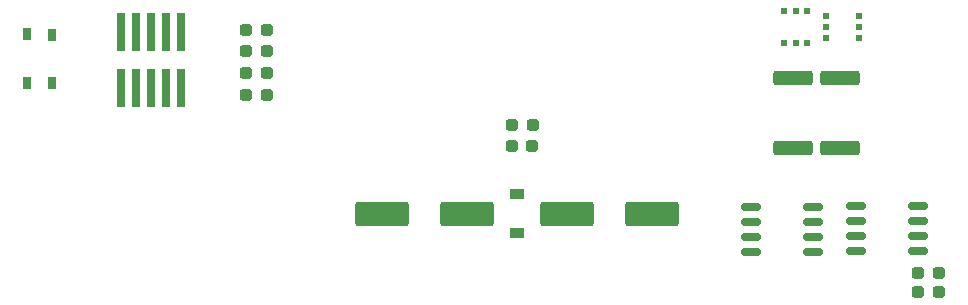
<source format=gbr>
%TF.GenerationSoftware,KiCad,Pcbnew,(6.0.11)*%
%TF.CreationDate,2024-02-10T16:45:40+09:00*%
%TF.ProjectId,SmallMD,536d616c-6c4d-4442-9e6b-696361645f70,rev?*%
%TF.SameCoordinates,Original*%
%TF.FileFunction,Paste,Top*%
%TF.FilePolarity,Positive*%
%FSLAX46Y46*%
G04 Gerber Fmt 4.6, Leading zero omitted, Abs format (unit mm)*
G04 Created by KiCad (PCBNEW (6.0.11)) date 2024-02-10 16:45:40*
%MOMM*%
%LPD*%
G01*
G04 APERTURE LIST*
G04 Aperture macros list*
%AMRoundRect*
0 Rectangle with rounded corners*
0 $1 Rounding radius*
0 $2 $3 $4 $5 $6 $7 $8 $9 X,Y pos of 4 corners*
0 Add a 4 corners polygon primitive as box body*
4,1,4,$2,$3,$4,$5,$6,$7,$8,$9,$2,$3,0*
0 Add four circle primitives for the rounded corners*
1,1,$1+$1,$2,$3*
1,1,$1+$1,$4,$5*
1,1,$1+$1,$6,$7*
1,1,$1+$1,$8,$9*
0 Add four rect primitives between the rounded corners*
20,1,$1+$1,$2,$3,$4,$5,0*
20,1,$1+$1,$4,$5,$6,$7,0*
20,1,$1+$1,$6,$7,$8,$9,0*
20,1,$1+$1,$8,$9,$2,$3,0*%
G04 Aperture macros list end*
%ADD10R,0.740000X3.250000*%
%ADD11RoundRect,0.250001X1.999999X0.799999X-1.999999X0.799999X-1.999999X-0.799999X1.999999X-0.799999X0*%
%ADD12RoundRect,0.237500X0.287500X0.237500X-0.287500X0.237500X-0.287500X-0.237500X0.287500X-0.237500X0*%
%ADD13RoundRect,0.237500X-0.287500X-0.237500X0.287500X-0.237500X0.287500X0.237500X-0.287500X0.237500X0*%
%ADD14R,0.575000X0.620000*%
%ADD15RoundRect,0.250000X1.425000X-0.362500X1.425000X0.362500X-1.425000X0.362500X-1.425000X-0.362500X0*%
%ADD16RoundRect,0.250001X-1.999999X-0.799999X1.999999X-0.799999X1.999999X0.799999X-1.999999X0.799999X0*%
%ADD17R,0.620000X0.575000*%
%ADD18R,1.200000X0.900000*%
%ADD19RoundRect,0.150000X-0.675000X-0.150000X0.675000X-0.150000X0.675000X0.150000X-0.675000X0.150000X0*%
%ADD20R,0.650000X1.050000*%
G04 APERTURE END LIST*
D10*
%TO.C,J3*%
X100420000Y-64065000D03*
X100420000Y-59315000D03*
X101690000Y-64065000D03*
X101690000Y-59315000D03*
X102960000Y-64065000D03*
X102960000Y-59315000D03*
X104230000Y-64065000D03*
X104230000Y-59315000D03*
X105500000Y-64065000D03*
X105500000Y-59315000D03*
%TD*%
D11*
%TO.C,C14*%
X129710000Y-74750000D03*
X122510000Y-74750000D03*
%TD*%
D12*
%TO.C,D5*%
X112775000Y-64600000D03*
X111025000Y-64600000D03*
%TD*%
D13*
%TO.C,D13*%
X133505001Y-68946385D03*
X135255001Y-68946385D03*
%TD*%
D14*
%TO.C,Q1*%
X162938001Y-59840001D03*
X162938001Y-58890001D03*
X162938001Y-57940001D03*
X160162001Y-57940001D03*
X160162001Y-58890001D03*
X160162001Y-59840001D03*
%TD*%
D15*
%TO.C,R39*%
X157310000Y-69112500D03*
X157310000Y-63187500D03*
%TD*%
D12*
%TO.C,D6*%
X112795000Y-59100000D03*
X111045000Y-59100000D03*
%TD*%
D16*
%TO.C,C13*%
X138180000Y-74710000D03*
X145380000Y-74710000D03*
%TD*%
D13*
%TO.C,D17*%
X167945000Y-81330000D03*
X169695000Y-81330000D03*
%TD*%
D17*
%TO.C,Q3*%
X156600000Y-60278000D03*
X157550000Y-60278000D03*
X158500000Y-60278000D03*
X158500000Y-57502000D03*
X157550000Y-57502000D03*
X156600000Y-57502000D03*
%TD*%
D15*
%TO.C,R46*%
X161310000Y-69112500D03*
X161310000Y-63187500D03*
%TD*%
D18*
%TO.C,D2*%
X134000000Y-76310000D03*
X134000000Y-73010000D03*
%TD*%
D19*
%TO.C,Q18*%
X153755000Y-74083797D03*
X153755000Y-75353797D03*
X153755000Y-76623797D03*
X153755000Y-77893797D03*
X159005000Y-77893797D03*
X159005000Y-76623797D03*
X159005000Y-75353797D03*
X159005000Y-74083797D03*
%TD*%
D12*
%TO.C,D3*%
X112795000Y-60940000D03*
X111045000Y-60940000D03*
%TD*%
%TO.C,D18*%
X169672500Y-79690000D03*
X167922500Y-79690000D03*
%TD*%
%TO.C,D4*%
X112785000Y-62810000D03*
X111035000Y-62810000D03*
%TD*%
D13*
%TO.C,D10*%
X133535001Y-67183884D03*
X135285001Y-67183884D03*
%TD*%
D19*
%TO.C,Q19*%
X162705000Y-74065000D03*
X162705000Y-75335000D03*
X162705000Y-76605000D03*
X162705000Y-77875000D03*
X167955000Y-77875000D03*
X167955000Y-76605000D03*
X167955000Y-75335000D03*
X167955000Y-74065000D03*
%TD*%
D20*
%TO.C,SW4*%
X92475000Y-59505000D03*
X92475000Y-63655000D03*
X94625000Y-63655000D03*
X94625000Y-59530000D03*
%TD*%
M02*

</source>
